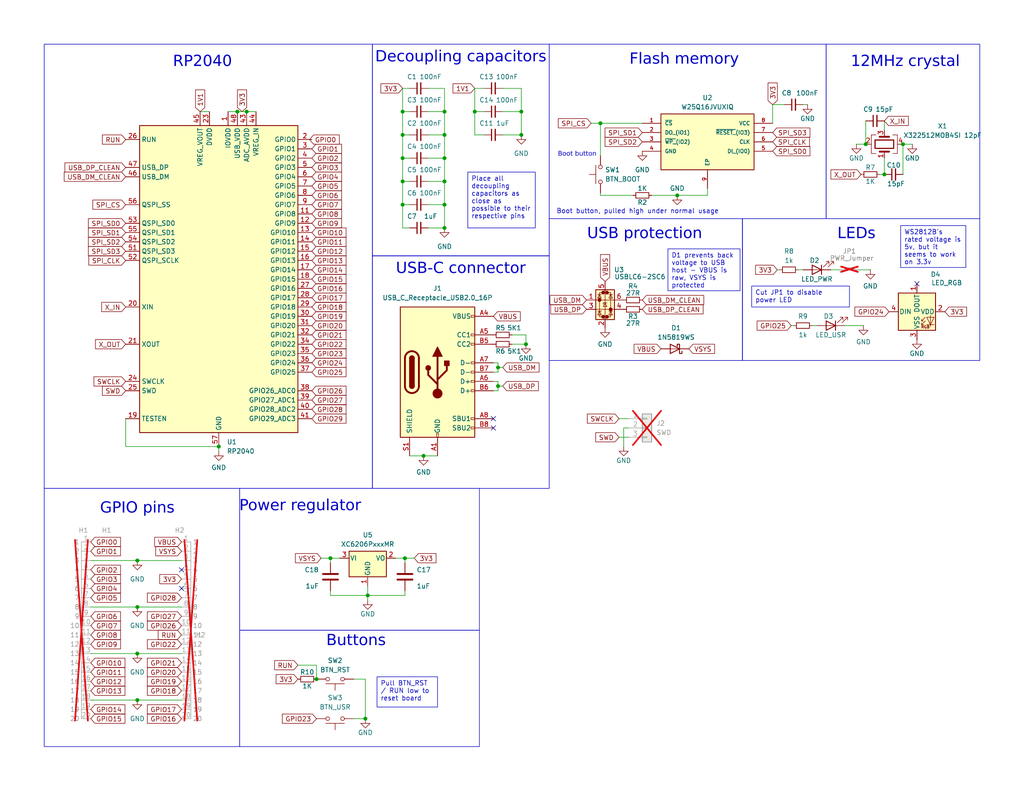
<source format=kicad_sch>
(kicad_sch (version 20250114) (generator "eeschema") (generator_version "9.0")
  (paper "USLetter")
  (title_block (title "Orpheus Pico") (date "2025-03-12") (rev "1v2") (company "Hack Club"))
  (rectangle (start 225.425 12.065) (end 267.335 59.69))
  (rectangle (start 65.405 133.35) (end 130.81 172.085))
  (rectangle (start 65.405 172.085) (end 130.81 203.835))
  (rectangle (start 202.565 59.69) (end 267.335 98.425))
  (rectangle (start 101.6 12.065) (end 149.86 69.85))
  (rectangle (start 101.6 69.85) (end 149.86 133.35))
  (rectangle (start 149.86 12.065) (end 225.425 59.69))
  (rectangle (start 12.065 133.35) (end 65.405 203.835))
  (rectangle (start 149.86 59.69) (end 202.565 98.425))
  (rectangle (start 12.065 12.065) (end 101.6 133.35))
  (text "Power regulator" (at 81.915 139.065 0) (effects (font (size 3 3))))
  (text "Flash memory" (at 186.69 17.145 0) (effects (font (size 3 3))))
  (text "Boot button, pulled high under normal usage" (at 173.99 57.785 0) (effects (font (size 1.27 1.27))))
  (text "USB-C connector" (at 125.73 74.295 0) (effects (font (size 3 3))))
  (text "Decoupling capacitors\n" (at 125.73 16.51 0) (effects (font (size 3 3))))
  (text "USB protection" (at 175.895 64.77 0) (effects (font (size 3 3))))
  (text "LEDs" (at 233.68 64.77 0) (effects (font (size 3 3))))
  (text "Boot button" (at 157.48 42.545 0) (effects (font (size 1.27 1.27))))
  (text "RP2040" (at 55.245 17.78 0) (effects (font (size 3 3))))
  (text "GPIO pins" (at 37.465 139.7 0) (effects (font (size 3 3))))
  (text "Buttons" (at 97.155 175.895 0) (effects (font (size 3 3))))
  (text "12MHz crystal" (at 247.015 17.78 0) (effects (font (size 3 3))))
  (text_box "Pull BTN_RST / RUN low to reset board" (at 102.87 184.785 0) (size 16.51 8.255) (margins 0.9525 0.9525 0.9525 0.9525) (effects (font (size 1.27 1.27)) (justify left top)))
  (text_box "Place all decoupling capacitors as close as possible to their respective pins" (at 127.635 46.99 0) (size 18.415 15.24) (margins 0.9525 0.9525 0.9525 0.9525) (effects (font (size 1.27 1.27)) (justify left top)))
  (text_box "WS2812B's rated voltage is 5v, but it seems to work on 3.3v" (at 245.745 61.595 0) (size 17.78 11.43) (margins 0.9525 0.9525 0.9525 0.9525) (effects (font (size 1.27 1.27)) (justify left top)))
  (text_box "Cut JP1 to disable power LED" (at 205.105 78.105 0) (size 26.67 5.715) (margins 0.9525 0.9525 0.9525 0.9525) (effects (font (size 1.27 1.27)) (justify left top)))
  (text_box "D1 prevents back voltage to USB host - VBUS is raw, VSYS is protected" (at 182.245 67.945 0) (size 19.685 11.43) (margins 0.9525 0.9525 0.9525 0.9525) (effects (font (size 1.27 1.27)) (justify left top)))
  (junction (at 121.285 30.48))
  (junction (at 99.695 196.215))
  (junction (at 90.17 152.4))
  (junction (at 121.285 36.83))
  (junction (at 59.69 121.92))
  (junction (at 64.77 30.48))
  (junction (at 142.24 36.83))
  (junction (at 37.465 191.135))
  (junction (at 246.38 39.37))
  (junction (at 110.49 152.4))
  (junction (at 109.855 49.53))
  (junction (at 163.83 33.655))
  (junction (at 135.89 105.41))
  (junction (at 121.285 43.18))
  (junction (at 121.285 62.23))
  (junction (at 143.51 93.98))
  (junction (at 37.465 165.735))
  (junction (at 115.57 124.46))
  (junction (at 109.855 36.83))
  (junction (at 129.54 30.48))
  (junction (at 100.33 162.56))
  (junction (at 109.855 30.48))
  (junction (at 142.24 30.48))
  (junction (at 109.855 43.18))
  (junction (at 37.465 153.035))
  (junction (at 121.285 55.88))
  (junction (at 236.22 39.37))
  (junction (at 37.465 178.435))
  (junction (at 121.285 49.53))
  (junction (at 184.785 53.34))
  (junction (at 86.36 185.42))
  (junction (at 135.89 100.33))
  (junction (at 241.3 47.625))
  (junction (at 67.31 30.48))
  (junction (at 109.855 55.88))
  (no_connect (at 250.19 77.47))
  (no_connect (at 134.62 116.84))
  (no_connect (at 49.53 155.575))
  (no_connect (at 134.62 114.3))
  (no_connect (at 49.53 160.655))
  (wire (pts (xy 110.49 152.4) (xy 113.03 152.4)))
  (wire (pts (xy 111.76 62.23) (xy 109.855 62.23)))
  (wire (pts (xy 170.18 121.92) (xy 170.18 116.84)))
  (wire (pts (xy 116.84 36.83) (xy 121.285 36.83)))
  (wire (pts (xy 135.89 100.33) (xy 135.89 101.6)))
  (wire (pts (xy 109.855 24.13) (xy 111.76 24.13)))
  (wire (pts (xy 37.465 165.735) (xy 49.53 165.735)))
  (wire (pts (xy 121.285 30.48) (xy 116.84 30.48)))
  (wire (pts (xy 109.855 49.53) (xy 109.855 55.88)))
  (wire (pts (xy 99.695 196.215) (xy 96.52 196.215)))
  (wire (pts (xy 248.92 39.37) (xy 246.38 39.37)))
  (wire (pts (xy 100.33 160.02) (xy 100.33 162.56)))
  (wire (pts (xy 115.57 124.46) (xy 119.38 124.46)))
  (wire (pts (xy 143.51 91.44) (xy 143.51 93.98)))
  (wire (pts (xy 129.54 36.83) (xy 129.54 30.48)))
  (wire (pts (xy 135.89 104.14) (xy 135.89 105.41)))
  (wire (pts (xy 135.89 99.06) (xy 135.89 100.33)))
  (wire (pts (xy 240.03 47.625) (xy 241.3 47.625)))
  (wire (pts (xy 100.33 163.83) (xy 100.33 162.56)))
  (wire (pts (xy 241.3 33.02) (xy 241.3 35.56)))
  (wire (pts (xy 135.89 106.68) (xy 134.62 106.68)))
  (wire (pts (xy 81.28 181.61) (xy 86.36 181.61)))
  (wire (pts (xy 109.855 55.88) (xy 111.76 55.88)))
  (wire (pts (xy 137.16 100.33) (xy 135.89 100.33)))
  (wire (pts (xy 217.805 73.66) (xy 219.075 73.66)))
  (wire (pts (xy 90.17 162.56) (xy 100.33 162.56)))
  (wire (pts (xy 90.17 152.4) (xy 90.17 153.67)))
  (wire (pts (xy 109.855 55.88) (xy 109.855 62.23)))
  (wire (pts (xy 24.765 191.135) (xy 37.465 191.135)))
  (wire (pts (xy 37.465 178.435) (xy 49.53 178.435)))
  (wire (pts (xy 237.49 73.66) (xy 234.315 73.66)))
  (wire (pts (xy 109.855 36.83) (xy 109.855 43.18)))
  (wire (pts (xy 110.49 162.56) (xy 110.49 161.29)))
  (wire (pts (xy 129.54 24.13) (xy 129.54 30.48)))
  (wire (pts (xy 163.83 33.655) (xy 175.26 33.655)))
  (wire (pts (xy 110.49 152.4) (xy 107.95 152.4)))
  (wire (pts (xy 67.31 30.48) (xy 69.85 30.48)))
  (wire (pts (xy 109.855 36.83) (xy 111.76 36.83)))
  (wire (pts (xy 109.855 43.18) (xy 109.855 49.53)))
  (wire (pts (xy 92.71 152.4) (xy 90.17 152.4)))
  (wire (pts (xy 37.465 153.035) (xy 49.53 153.035)))
  (wire (pts (xy 233.68 39.37) (xy 236.22 39.37)))
  (wire (pts (xy 142.24 24.13) (xy 142.24 30.48)))
  (wire (pts (xy 121.285 55.88) (xy 121.285 62.23)))
  (wire (pts (xy 24.765 178.435) (xy 37.465 178.435)))
  (wire (pts (xy 163.83 33.655) (xy 163.83 42.545)))
  (wire (pts (xy 142.24 36.83) (xy 142.24 30.48)))
  (wire (pts (xy 109.855 43.18) (xy 111.76 43.18)))
  (wire (pts (xy 219.075 28.575) (xy 220.345 28.575)))
  (wire (pts (xy 62.23 30.48) (xy 64.77 30.48)))
  (wire (pts (xy 184.785 53.34) (xy 193.04 53.34)))
  (wire (pts (xy 135.89 99.06) (xy 134.62 99.06)))
  (wire (pts (xy 109.855 24.13) (xy 109.855 30.48)))
  (wire (pts (xy 121.285 62.23) (xy 116.84 62.23)))
  (wire (pts (xy 212.09 73.66) (xy 212.725 73.66)))
  (wire (pts (xy 210.82 28.575) (xy 213.995 28.575)))
  (wire (pts (xy 137.16 24.13) (xy 142.24 24.13)))
  (wire (pts (xy 99.695 196.215) (xy 99.695 185.42)))
  (wire (pts (xy 59.69 121.92) (xy 59.69 123.19)))
  (wire (pts (xy 121.285 43.18) (xy 121.285 49.53)))
  (wire (pts (xy 116.84 24.13) (xy 121.285 24.13)))
  (wire (pts (xy 109.855 49.53) (xy 111.76 49.53)))
  (wire (pts (xy 109.855 30.48) (xy 111.76 30.48)))
  (wire (pts (xy 121.285 49.53) (xy 121.285 55.88)))
  (wire (pts (xy 193.04 53.34) (xy 193.04 51.435)))
  (wire (pts (xy 161.29 33.655) (xy 163.83 33.655)))
  (wire (pts (xy 100.33 162.56) (xy 110.49 162.56)))
  (wire (pts (xy 170.18 116.84) (xy 171.45 116.84)))
  (wire (pts (xy 99.695 185.42) (xy 96.52 185.42)))
  (wire (pts (xy 241.3 43.18) (xy 241.3 47.625)))
  (wire (pts (xy 163.83 53.34) (xy 163.83 52.705)))
  (wire (pts (xy 110.49 153.67) (xy 110.49 152.4)))
  (wire (pts (xy 135.89 104.14) (xy 134.62 104.14)))
  (wire (pts (xy 116.84 49.53) (xy 121.285 49.53)))
  (wire (pts (xy 111.76 124.46) (xy 115.57 124.46)))
  (wire (pts (xy 230.505 88.9) (xy 235.585 88.9)))
  (wire (pts (xy 129.54 36.83) (xy 132.08 36.83)))
  (wire (pts (xy 143.51 91.44) (xy 139.7 91.44)))
  (wire (pts (xy 210.82 28.575) (xy 210.82 33.655)))
  (wire (pts (xy 246.38 39.37) (xy 246.38 47.625)))
  (wire (pts (xy 139.7 93.98) (xy 143.51 93.98)))
  (wire (pts (xy 116.84 55.88) (xy 121.285 55.88)))
  (wire (pts (xy 90.17 161.29) (xy 90.17 162.56)))
  (wire (pts (xy 54.61 30.48) (xy 57.15 30.48)))
  (wire (pts (xy 132.08 24.13) (xy 129.54 24.13)))
  (wire (pts (xy 64.77 30.48) (xy 67.31 30.48)))
  (wire (pts (xy 168.91 114.3) (xy 171.45 114.3)))
  (wire (pts (xy 86.36 181.61) (xy 86.36 185.42)))
  (wire (pts (xy 172.72 53.34) (xy 163.83 53.34)))
  (wire (pts (xy 221.615 88.9) (xy 222.885 88.9)))
  (wire (pts (xy 236.22 33.02) (xy 236.22 39.37)))
  (wire (pts (xy 84.455 38.1) (xy 85.09 38.1)))
  (wire (pts (xy 168.91 119.38) (xy 171.45 119.38)))
  (wire (pts (xy 137.16 105.41) (xy 135.89 105.41)))
  (wire (pts (xy 135.89 105.41) (xy 135.89 106.68)))
  (wire (pts (xy 215.9 88.9) (xy 216.535 88.9)))
  (wire (pts (xy 142.24 30.48) (xy 137.16 30.48)))
  (wire (pts (xy 24.765 165.735) (xy 37.465 165.735)))
  (wire (pts (xy 129.54 30.48) (xy 132.08 30.48)))
  (wire (pts (xy 87.63 152.4) (xy 90.17 152.4)))
  (wire (pts (xy 109.855 36.83) (xy 109.855 30.48)))
  (wire (pts (xy 37.465 191.135) (xy 49.53 191.135)))
  (wire (pts (xy 137.16 36.83) (xy 142.24 36.83)))
  (wire (pts (xy 121.285 30.48) (xy 121.285 36.83)))
  (wire (pts (xy 24.765 153.035) (xy 37.465 153.035)))
  (wire (pts (xy 177.8 53.34) (xy 184.785 53.34)))
  (wire (pts (xy 226.695 73.66) (xy 229.235 73.66)))
  (wire (pts (xy 34.29 114.3) (xy 34.29 121.92)))
  (wire (pts (xy 116.84 43.18) (xy 121.285 43.18)))
  (wire (pts (xy 121.285 24.13) (xy 121.285 30.48)))
  (wire (pts (xy 121.285 36.83) (xy 121.285 43.18)))
  (wire (pts (xy 34.29 121.92) (xy 59.69 121.92)))
  (wire (pts (xy 135.89 101.6) (xy 134.62 101.6)))
  (global_label "GPIO4" (shape input) (at 24.765 160.655 0) (property "Intersheetrefs" "${INTERSHEET_REFS}" (effects (hide yes))))
  (global_label "GPIO15" (shape input) (at 24.765 196.215 0) (property "Intersheetrefs" "${INTERSHEET_REFS}" (effects (hide yes))))
  (global_label "GPIO27" (shape input) (at 85.09 109.22 0) (property "Intersheetrefs" "${INTERSHEET_REFS}" (effects (hide yes))))
  (global_label "USB_DP_CLEAN" (shape input) (at 175.26 84.455 0) (property "Intersheetrefs" "${INTERSHEET_REFS}" (effects (hide yes))))
  (global_label "RUN" (shape input) (at 81.28 181.61 180) (property "Intersheetrefs" "${INTERSHEET_REFS}" (effects (hide yes))))
  (global_label "GPIO20" (shape input) (at 85.09 88.9 0) (property "Intersheetrefs" "${INTERSHEET_REFS}" (effects (hide yes))))
  (global_label "3V3" (shape input) (at 49.53 158.115 180) (property "Intersheetrefs" "${INTERSHEET_REFS}" (effects (hide yes))))
  (global_label "SPI_CLK" (shape input) (at 210.82 38.735 0) (property "Intersheetrefs" "${INTERSHEET_REFS}" (effects (hide yes))))
  (global_label "USB_DM_CLEAN" (shape input) (at 175.26 81.915 0) (property "Intersheetrefs" "${INTERSHEET_REFS}" (effects (hide yes))))
  (global_label "3V3" (shape input) (at 66.04 30.48 90) (property "Intersheetrefs" "${INTERSHEET_REFS}" (effects (hide yes))))
  (global_label "GPIO15" (shape input) (at 85.09 76.2 0) (property "Intersheetrefs" "${INTERSHEET_REFS}" (effects (hide yes))))
  (global_label "GPIO9" (shape input) (at 24.765 175.895 0) (property "Intersheetrefs" "${INTERSHEET_REFS}" (effects (hide yes))))
  (global_label "SPI_SD2" (shape input) (at 34.29 66.04 180) (property "Intersheetrefs" "${INTERSHEET_REFS}" (effects (hide yes))))
  (global_label "GPIO17" (shape input) (at 85.09 81.28 0) (property "Intersheetrefs" "${INTERSHEET_REFS}" (effects (hide yes))))
  (global_label "GPIO22" (shape input) (at 49.53 175.895 180) (property "Intersheetrefs" "${INTERSHEET_REFS}" (effects (hide yes))))
  (global_label "3V3" (shape input) (at 257.81 85.09 0) (property "Intersheetrefs" "${INTERSHEET_REFS}" (effects (hide yes))))
  (global_label "GPIO6" (shape input) (at 85.09 53.34 0) (property "Intersheetrefs" "${INTERSHEET_REFS}" (effects (hide yes))))
  (global_label "3V3" (shape input) (at 210.82 28.575 90) (property "Intersheetrefs" "${INTERSHEET_REFS}" (effects (hide yes))))
  (global_label "GPIO28" (shape input) (at 85.09 111.76 0) (property "Intersheetrefs" "${INTERSHEET_REFS}" (effects (hide yes))))
  (global_label "GPIO24" (shape input) (at 85.09 99.06 0) (property "Intersheetrefs" "${INTERSHEET_REFS}" (effects (hide yes))))
  (global_label "RUN" (shape input) (at 49.53 173.355 180) (property "Intersheetrefs" "${INTERSHEET_REFS}" (effects (hide yes))))
  (global_label "GPIO0" (shape input) (at 24.765 147.955 0) (property "Intersheetrefs" "${INTERSHEET_REFS}" (effects (hide yes))))
  (global_label "GPIO7" (shape input) (at 85.09 55.88 0) (property "Intersheetrefs" "${INTERSHEET_REFS}" (effects (hide yes))))
  (global_label "GPIO6" (shape input) (at 24.765 168.275 0) (property "Intersheetrefs" "${INTERSHEET_REFS}" (effects (hide yes))))
  (global_label "GPIO4" (shape input) (at 85.09 48.26 0) (property "Intersheetrefs" "${INTERSHEET_REFS}" (effects (hide yes))))
  (global_label "USB_DM_CLEAN" (shape input) (at 34.29 48.26 180) (property "Intersheetrefs" "${INTERSHEET_REFS}" (effects (hide yes))))
  (global_label "1V1" (shape input) (at 54.61 30.48 90) (property "Intersheetrefs" "${INTERSHEET_REFS}" (effects (hide yes))))
  (global_label "SPI_CLK" (shape input) (at 34.29 71.12 180) (property "Intersheetrefs" "${INTERSHEET_REFS}" (effects (hide yes))))
  (global_label "USB_DP_CLEAN" (shape input) (at 34.29 45.72 180) (property "Intersheetrefs" "${INTERSHEET_REFS}" (effects (hide yes))))
  (global_label "X_OUT" (shape input) (at 234.95 47.625 180) (property "Intersheetrefs" "${INTERSHEET_REFS}" (effects (hide yes))))
  (global_label "GPIO23" (shape input) (at 85.09 96.52 0) (property "Intersheetrefs" "${INTERSHEET_REFS}" (effects (hide yes))))
  (global_label "GPIO3" (shape input) (at 24.765 158.115 0) (property "Intersheetrefs" "${INTERSHEET_REFS}" (effects (hide yes))))
  (global_label "SPI_SD0" (shape input) (at 210.82 41.275 0) (property "Intersheetrefs" "${INTERSHEET_REFS}" (effects (hide yes))))
  (global_label "USB_DP" (shape input) (at 160.02 84.455 180) (property "Intersheetrefs" "${INTERSHEET_REFS}" (effects (hide yes))))
  (global_label "GPIO26" (shape input) (at 85.09 106.68 0) (property "Intersheetrefs" "${INTERSHEET_REFS}" (effects (hide yes))))
  (global_label "GPIO18" (shape input) (at 85.09 83.82 0) (property "Intersheetrefs" "${INTERSHEET_REFS}" (effects (hide yes))))
  (global_label "GPIO13" (shape input) (at 85.09 71.12 0) (property "Intersheetrefs" "${INTERSHEET_REFS}" (effects (hide yes))))
  (global_label "X_IN" (shape input) (at 241.3 33.02 0) (property "Intersheetrefs" "${INTERSHEET_REFS}" (effects (hide yes))))
  (global_label "GPIO0" (shape input) (at 84.455 38.1 0) (property "Intersheetrefs" "${INTERSHEET_REFS}" (effects (hide yes))))
  (global_label "GPIO2" (shape input) (at 24.765 155.575 0) (property "Intersheetrefs" "${INTERSHEET_REFS}" (effects (hide yes))))
  (global_label "GPIO17" (shape input) (at 49.53 193.675 180) (property "Intersheetrefs" "${INTERSHEET_REFS}" (effects (hide yes))))
  (global_label "GPIO21" (shape input) (at 85.09 91.44 0) (property "Intersheetrefs" "${INTERSHEET_REFS}" (effects (hide yes))))
  (global_label "X_OUT" (shape input) (at 34.29 93.98 180) (property "Intersheetrefs" "${INTERSHEET_REFS}" (effects (hide yes))))
  (global_label "SPI_SD0" (shape input) (at 34.29 60.96 180) (property "Intersheetrefs" "${INTERSHEET_REFS}" (effects (hide yes))))
  (global_label "GPIO19" (shape input) (at 49.53 186.055 180) (property "Intersheetrefs" "${INTERSHEET_REFS}" (effects (hide yes))))
  (global_label "GPIO14" (shape input) (at 24.765 193.675 0) (property "Intersheetrefs" "${INTERSHEET_REFS}" (effects (hide yes))))
  (global_label "GPIO19" (shape input) (at 85.09 86.36 0) (property "Intersheetrefs" "${INTERSHEET_REFS}" (effects (hide yes))))
  (global_label "GPIO27" (shape input) (at 49.53 168.275 180) (property "Intersheetrefs" "${INTERSHEET_REFS}" (effects (hide yes))))
  (global_label "SPI_CS" (shape input) (at 34.29 55.88 180) (property "Intersheetrefs" "${INTERSHEET_REFS}" (effects (hide yes))))
  (global_label "GPIO14" (shape input) (at 85.09 73.66 0) (property "Intersheetrefs" "${INTERSHEET_REFS}" (effects (hide yes))))
  (global_label "VSYS" (shape input) (at 87.63 152.4 180) (property "Intersheetrefs" "${INTERSHEET_REFS}" (effects (hide yes))))
  (global_label "GPIO22" (shape input) (at 85.09 93.98 0) (property "Intersheetrefs" "${INTERSHEET_REFS}" (effects (hide yes))))
  (global_label "GPIO10" (shape input) (at 85.09 63.5 0) (property "Intersheetrefs" "${INTERSHEET_REFS}" (effects (hide yes))))
  (global_label "GPIO5" (shape input) (at 24.765 163.195 0) (property "Intersheetrefs" "${INTERSHEET_REFS}" (effects (hide yes))))
  (global_label "VBUS" (shape input) (at 134.62 86.36 0) (property "Intersheetrefs" "${INTERSHEET_REFS}" (effects (hide yes))))
  (global_label "GPIO8" (shape input) (at 24.765 173.355 0) (property "Intersheetrefs" "${INTERSHEET_REFS}" (effects (hide yes))))
  (global_label "GPIO5" (shape input) (at 85.09 50.8 0) (property "Intersheetrefs" "${INTERSHEET_REFS}" (effects (hide yes))))
  (global_label "SPI_SD3" (shape input) (at 210.82 36.195 0) (property "Intersheetrefs" "${INTERSHEET_REFS}" (effects (hide yes))))
  (global_label "GPIO11" (shape input) (at 85.09 66.04 0) (property "Intersheetrefs" "${INTERSHEET_REFS}" (effects (hide yes))))
  (global_label "USB_DM" (shape input) (at 137.16 100.33 0) (property "Intersheetrefs" "${INTERSHEET_REFS}" (effects (hide yes))))
  (global_label "GPIO3" (shape input) (at 85.09 45.72 0) (property "Intersheetrefs" "${INTERSHEET_REFS}" (effects (hide yes))))
  (global_label "GPIO1" (shape input) (at 85.09 40.64 0) (property "Intersheetrefs" "${INTERSHEET_REFS}" (effects (hide yes))))
  (global_label "1V1" (shape input) (at 129.54 24.13 180) (property "Intersheetrefs" "${INTERSHEET_REFS}" (effects (hide yes))))
  (global_label "GPIO16" (shape input) (at 85.09 78.74 0) (property "Intersheetrefs" "${INTERSHEET_REFS}" (effects (hide yes))))
  (global_label "GPIO2" (shape input) (at 85.09 43.18 0) (property "Intersheetrefs" "${INTERSHEET_REFS}" (effects (hide yes))))
  (global_label "VBUS" (shape input) (at 180.34 95.25 180) (property "Intersheetrefs" "${INTERSHEET_REFS}" (effects (hide yes))))
  (global_label "VBUS" (shape input) (at 49.53 147.955 180) (property "Intersheetrefs" "${INTERSHEET_REFS}" (effects (hide yes))))
  (global_label "USB_DP" (shape input) (at 137.16 105.41 0) (property "Intersheetrefs" "${INTERSHEET_REFS}" (effects (hide yes))))
  (global_label "USB_DM" (shape input) (at 160.02 81.915 180) (property "Intersheetrefs" "${INTERSHEET_REFS}" (effects (hide yes))))
  (global_label "SPI_SD3" (shape input) (at 34.29 68.58 180) (property "Intersheetrefs" "${INTERSHEET_REFS}" (effects (hide yes))))
  (global_label "SWCLK" (shape input) (at 34.29 104.14 180) (property "Intersheetrefs" "${INTERSHEET_REFS}" (effects (hide yes))))
  (global_label "VSYS" (shape input) (at 49.53 150.495 180) (property "Intersheetrefs" "${INTERSHEET_REFS}" (effects (hide yes))))
  (global_label "GPIO16" (shape input) (at 49.53 196.215 180) (property "Intersheetrefs" "${INTERSHEET_REFS}" (effects (hide yes))))
  (global_label "GPIO13" (shape input) (at 24.765 188.595 0) (property "Intersheetrefs" "${INTERSHEET_REFS}" (effects (hide yes))))
  (global_label "SPI_SD1" (shape input) (at 34.29 63.5 180) (property "Intersheetrefs" "${INTERSHEET_REFS}" (effects (hide yes))))
  (global_label "GPIO29" (shape input) (at 85.09 114.3 0) (property "Intersheetrefs" "${INTERSHEET_REFS}" (effects (hide yes))))
  (global_label "SWD" (shape input) (at 168.91 119.38 180) (property "Intersheetrefs" "${INTERSHEET_REFS}" (effects (hide yes))))
  (global_label "3V3" (shape input) (at 113.03 152.4 0) (property "Intersheetrefs" "${INTERSHEET_REFS}" (effects (hide yes))))
  (global_label "GPIO25" (shape input) (at 85.09 101.6 0) (property "Intersheetrefs" "${INTERSHEET_REFS}" (effects (hide yes))))
  (global_label "GPIO1" (shape input) (at 24.765 150.495 0) (property "Intersheetrefs" "${INTERSHEET_REFS}" (effects (hide yes))))
  (global_label "3V3" (shape input) (at 109.855 24.13 180) (property "Intersheetrefs" "${INTERSHEET_REFS}" (effects (hide yes))))
  (global_label "GPIO24" (shape input) (at 242.57 85.09 180) (property "Intersheetrefs" "${INTERSHEET_REFS}" (effects (hide yes))))
  (global_label "VBUS" (shape input) (at 165.1 76.835 90) (property "Intersheetrefs" "${INTERSHEET_REFS}" (effects (hide yes))))
  (global_label "GPIO23" (shape input) (at 86.36 196.215 180) (property "Intersheetrefs" "${INTERSHEET_REFS}" (effects (hide yes))))
  (global_label "3V3" (shape input) (at 212.09 73.66 180) (property "Intersheetrefs" "${INTERSHEET_REFS}" (effects (hide yes))))
  (global_label "VSYS" (shape input) (at 187.96 95.25 0) (property "Intersheetrefs" "${INTERSHEET_REFS}" (effects (hide yes))))
  (global_label "GPIO26" (shape input) (at 49.53 170.815 180) (property "Intersheetrefs" "${INTERSHEET_REFS}" (effects (hide yes))))
  (global_label "GPIO11" (shape input) (at 24.765 183.515 0) (property "Intersheetrefs" "${INTERSHEET_REFS}" (effects (hide yes))))
  (global_label "SPI_CS" (shape input) (at 161.29 33.655 180) (property "Intersheetrefs" "${INTERSHEET_REFS}" (effects (hide yes))))
  (global_label "GPIO9" (shape input) (at 85.09 60.96 0) (property "Intersheetrefs" "${INTERSHEET_REFS}" (effects (hide yes))))
  (global_label "SWCLK" (shape input) (at 168.91 114.3 180) (property "Intersheetrefs" "${INTERSHEET_REFS}" (effects (hide yes))))
  (global_label "GPIO18" (shape input) (at 49.53 188.595 180) (property "Intersheetrefs" "${INTERSHEET_REFS}" (effects (hide yes))))
  (global_label "RUN" (shape input) (at 34.29 38.1 180) (property "Intersheetrefs" "${INTERSHEET_REFS}" (effects (hide yes))))
  (global_label "SPI_SD1" (shape input) (at 175.26 36.195 180) (property "Intersheetrefs" "${INTERSHEET_REFS}" (effects (hide yes))))
  (global_label "SPI_SD2" (shape input) (at 175.26 38.735 180) (property "Intersheetrefs" "${INTERSHEET_REFS}" (effects (hide yes))))
  (global_label "GPIO10" (shape input) (at 24.765 180.975 0) (property "Intersheetrefs" "${INTERSHEET_REFS}" (effects (hide yes))))
  (global_label "3V3" (shape input) (at 81.28 185.42 180) (property "Intersheetrefs" "${INTERSHEET_REFS}" (effects (hide yes))))
  (global_label "GPIO12" (shape input) (at 24.765 186.055 0) (property "Intersheetrefs" "${INTERSHEET_REFS}" (effects (hide yes))))
  (global_label "GPIO20" (shape input) (at 49.53 183.515 180) (property "Intersheetrefs" "${INTERSHEET_REFS}" (effects (hide yes))))
  (global_label "GPIO25" (shape input) (at 215.9 88.9 180) (property "Intersheetrefs" "${INTERSHEET_REFS}" (effects (hide yes))))
  (global_label "SWD" (shape input) (at 34.29 106.68 180) (property "Intersheetrefs" "${INTERSHEET_REFS}" (effects (hide yes))))
  (global_label "GPIO28" (shape input) (at 49.53 163.195 180) (property "Intersheetrefs" "${INTERSHEET_REFS}" (effects (hide yes))))
  (global_label "GPIO12" (shape input) (at 85.09 68.58 0) (property "Intersheetrefs" "${INTERSHEET_REFS}" (effects (hide yes))))
  (global_label "GPIO8" (shape input) (at 85.09 58.42 0) (property "Intersheetrefs" "${INTERSHEET_REFS}" (effects (hide yes))))
  (global_label "X_IN" (shape input) (at 34.29 83.82 180) (property "Intersheetrefs" "${INTERSHEET_REFS}" (effects (hide yes))))
  (global_label "GPIO7" (shape input) (at 24.765 170.815 0) (property "Intersheetrefs" "${INTERSHEET_REFS}" (effects (hide yes))))
  (global_label "GPIO21" (shape input) (at 49.53 180.975 180) (property "Intersheetrefs" "${INTERSHEET_REFS}" (effects (hide yes))))
  (symbol (lib_id "Device:C_Small") (at 114.3 49.53 90) (unit 1)
    (property "Reference" "C5" (at 112.395 46.355 90))
    (property "Value" "100nF" (at 117.475 46.355 90))
    (property "Footprint" "Capacitor_SMD:C_0402_1005Metric" (effects (hide yes)))
    (property "Description" "Unpolarized capacitor, small symbol" (effects (hide yes)))
    (property "LCSC" "C1525" (effects (hide yes)))
  )
  (symbol (lib_id "power:GND") (at 121.285 62.23 0) (unit 1)
    (property "Reference" "#PWR03" (effects (hide yes)))
    (property "Value" "GND" (at 121.285 67.31 0))
    (property "Description" "Power symbol creates a global label with name \"GND\" , ground" (effects (hide yes)))
  )
  (symbol (lib_id "FlashMemory:W25Q16JVUXIQ") (at 175.26 33.655 0) (unit 1)
    (property "Reference" "U2" (at 193.04 26.67 0))
    (property "Value" "W25Q16JVUXIQ" (at 193.04 29.21 0))
    (property "Footprint" "Package_SON:Winbond_USON-8-1EP_3x2mm_P0.5mm_EP0.2x1.6mm" (effects (hide yes)))
    (property "Description" "SPIFLASH, 3V, 16M-BIT. Tiny footprint and cheap." (effects (hide yes)))
    (property "MANUFACTURER_NAME" "Winbond" (effects (hide yes)))
    (property "HEIGHT" "0.6mm" (effects (hide yes)))
    (property "MANUFACTURER_PART_NUMBER" "W25Q16JVUXIQ" (effects (hide yes)))
    (property "LCSC" "C2843335" (effects (hide yes)))
  )
  (symbol (lib_id "Device:C_Small") (at 114.3 55.88 90) (unit 1)
    (property "Reference" "C6" (at 112.395 52.705 90))
    (property "Value" "100nF" (at 117.475 52.705 90))
    (property "Footprint" "Capacitor_SMD:C_0402_1005Metric" (effects (hide yes)))
    (property "Description" "Unpolarized capacitor, small symbol" (effects (hide yes)))
    (property "LCSC" "C1525" (effects (hide yes)))
  )
  (symbol (lib_id "Device:C_Small") (at 238.76 33.02 90) (unit 1)
    (property "Reference" "C9" (at 236.855 29.845 90))
    (property "Value" "15pF" (at 241.3 29.845 90))
    (property "Footprint" "Capacitor_SMD:C_0402_1005Metric" (effects (hide yes)))
    (property "Description" "Unpolarized capacitor, small symbol" (effects (hide yes)))
    (property "LCSC" "C1548" (effects (hide yes)))
  )
  (symbol (lib_id "Device:C_Small") (at 216.535 28.575 90) (unit 1)
    (property "Reference" "C8" (at 214.63 25.4 90))
    (property "Value" "100nF" (at 220.2391 25.4162 90))
    (property "Footprint" "Capacitor_SMD:C_0402_1005Metric" (effects (hide yes)))
    (property "Description" "Unpolarized capacitor, small symbol" (effects (hide yes)))
    (property "LCSC" "C1525" (effects (hide yes)))
  )
  (symbol (lib_id "power:GND") (at 100.33 163.83 0) (unit 1)
    (property "Reference" "#PWR022" (effects (hide yes)))
    (property "Value" "GND" (at 100.33 167.64 0))
    (property "Description" "Power symbol creates a global label with name \"GND\" , ground" (effects (hide yes)))
  )
  (symbol (lib_id "MCU_RaspberryPi:RP2040") (at 59.69 76.2 0) (unit 1)
    (property "Reference" "U1" (at 61.8841 120.65 0) (effects (justify left)))
    (property "Value" "RP2040" (at 61.8841 123.19 0) (effects (justify left)))
    (property "Footprint" "Package_DFN_QFN:QFN-56-1EP_7x7mm_P0.4mm_EP3.2x3.2mm" (effects (hide yes)))
    (property "Datasheet" "https://datasheets.raspberrypi.com/rp2040/rp2040-datasheet.pdf" (effects (hide yes)))
    (property "Description" "A microcontroller by Raspberry Pi" (effects (hide yes)))
    (property "LCSC" "C2040" (effects (hide yes)))
  )
  (symbol (lib_id "Regulator_Linear:XC6206PxxxMR") (at 100.33 152.4 0) (unit 1)
    (property "Reference" "U5" (at 100.33 146.05 0))
    (property "Value" "XC6206PxxxMR" (at 100.33 148.59 0))
    (property "Footprint" "Package_TO_SOT_SMD:SOT-23-3" (effects (hide yes)))
    (property "Datasheet" "https://www.torexsemi.com/file/xc6206/XC6206.pdf" (effects (hide yes)))
    (property "Description" "Positive 60-250mA Low Dropout Regulator, Fixed Output, SOT-23" (effects (hide yes)))
    (property "LCSC" "C5446" (effects (hide yes)))
  )
  (symbol (lib_id "Device:LED") (at 222.885 73.66 180) (unit 1)
    (property "Reference" "D2" (at 222.25 71.12 0))
    (property "Value" "LED_PWR" (at 222.885 76.2 0))
    (property "Footprint" "LED_SMD:LED_0603_1608Metric" (effects (hide yes)))
    (property "Description" "Light emitting diode" (effects (hide yes)))
    (property "Sim.Pins" "1=K 2=A" (effects (hide yes)))
    (property "LCSC" "C2286" (effects (hide yes)))
  )
  (symbol (lib_id "Crystals:X322512MSB4SI") (at 241.3 39.37 90) (unit 1)
    (property "Reference" "X1" (at 257.175 34.4168 90))
    (property "Value" "X322512MOB4SI 12pF" (at 257.175 36.9568 90))
    (property "Footprint" "Crystal:Crystal_SMD_3225-4Pin_3.2x2.5mm" (effects (hide yes)))
    (property "Description" "Good cheap 12MHz resonator from LCSC/JLC" (effects (hide yes)))
    (property "LCSC" "C70565" (effects (hide yes)))
  )
  (symbol (lib_id "Device:R_Small") (at 137.16 93.98 90) (mirror x) (unit 1)
    (property "Reference" "R6" (at 136.525 95.885 90))
    (property "Value" "5K1" (at 140.335 95.885 90))
    (property "Footprint" "Resistor_SMD:R_0402_1005Metric" (effects (hide yes)))
    (property "Description" "Resistor, small symbol" (effects (hide yes)))
    (property "LCSC" "C25905" (effects (hide yes)))
  )
  (symbol (lib_id "power:GND") (at 237.49 73.66 0) (unit 1)
    (property "Reference" "#PWR016" (effects (hide yes)))
    (property "Value" "GND" (at 237.49 78.105 0))
    (property "Description" "Power symbol creates a global label with name \"GND\" , ground" (effects (hide yes)))
  )
  (symbol (lib_id "power:GND") (at 37.465 178.435 0) (unit 1)
    (property "Reference" "#PWR013" (effects (hide yes)))
    (property "Value" "GND" (at 37.465 183.515 0))
    (property "Description" "Power symbol creates a global label with name \"GND\" , ground" (effects (hide yes)))
  )
  (symbol (lib_id "power:GND") (at 142.24 36.83 0) (unit 1)
    (property "Reference" "#PWR02" (effects (hide yes)))
    (property "Value" "GND" (at 142.24 41.91 0))
    (property "Description" "Power symbol creates a global label with name \"GND\" , ground" (effects (hide yes)))
  )
  (symbol (lib_id "Device:C_Small") (at 114.3 30.48 90) (unit 1)
    (property "Reference" "C3" (at 112.395 27.305 90))
    (property "Value" "100nF" (at 117.475 27.305 90))
    (property "Footprint" "Capacitor_SMD:C_0402_1005Metric" (effects (hide yes)))
    (property "Description" "Unpolarized capacitor, small symbol" (effects (hide yes)))
    (property "LCSC" "C1525" (effects (hide yes)))
  )
  (symbol (lib_id "power:GND") (at 37.465 153.035 0) (unit 1)
    (property "Reference" "#PWR015" (effects (hide yes)))
    (property "Value" "GND" (at 37.465 158.115 0))
    (property "Description" "Power symbol creates a global label with name \"GND\" , ground" (effects (hide yes)))
  )
  (symbol (lib_id "Device:C") (at 90.17 157.48 0) (mirror y) (unit 1)
    (property "Reference" "C18" (at 86.995 155.575 0) (effects (justify left)))
    (property "Value" "1uF" (at 86.995 160.02 0) (effects (justify left)))
    (property "Footprint" "Capacitor_SMD:C_0402_1005Metric" (effects (hide yes)))
    (property "Description" "Unpolarized capacitor" (effects (hide yes)))
    (property "LCSC" "C52923" (effects (hide yes)))
  )
  (symbol (lib_id "Device:C_Small") (at 114.3 36.83 90) (unit 1)
    (property "Reference" "C2" (at 112.395 33.655 90))
    (property "Value" "100nF" (at 117.475 33.655 90))
    (property "Footprint" "Capacitor_SMD:C_0402_1005Metric" (effects (hide yes)))
    (property "Description" "Unpolarized capacitor, small symbol" (effects (hide yes)))
    (property "LCSC" "C1525" (effects (hide yes)))
  )
  (symbol (lib_id "Jumper:Jumper_2_Small_Bridged") (at 231.775 73.66 0) (unit 1) (exclude_from_sim yes) (dnp yes)
    (property "Reference" "JP1" (at 231.775 68.58 0))
    (property "Value" "PWR_Jumper" (at 232.41 70.485 0))
    (property "Footprint" "Jumper:SolderJumper-2_P1.3mm_Bridged2Bar_RoundedPad1.0x1.5mm" (effects (hide yes)))
    (property "Description" "Jumper, 2-pole, small symbol, bridged" (effects (hide yes)))
  )
  (symbol (lib_id "power:GND") (at 184.785 53.34 0) (unit 1)
    (property "Reference" "#PWR05" (effects (hide yes)))
    (property "Value" "GND" (at 184.785 51.435 0))
    (property "Description" "Power symbol creates a global label with name \"GND\" , ground" (effects (hide yes)))
  )
  (symbol (lib_id "Device:R_Small") (at 137.16 91.44 90) (unit 1)
    (property "Reference" "R5" (at 136.525 89.535 90))
    (property "Value" "5K1" (at 140.335 89.535 90))
    (property "Footprint" "Resistor_SMD:R_0402_1005Metric" (effects (hide yes)))
    (property "Description" "Resistor, small symbol" (effects (hide yes)))
    (property "LCSC" "C25905" (effects (hide yes)))
  )
  (symbol (lib_id "Switch:SW_Push") (at 91.44 196.215 180) (unit 1)
    (property "Reference" "SW3" (at 91.44 190.5 0))
    (property "Value" "BTN_USR" (at 91.44 193.04 0))
    (property "Footprint" "Switches:SW-SMD_L3.9-W3.0-P4.45" (effects (hide yes)))
    (property "Description" "Push button switch, generic, two pins" (effects (hide yes)))
    (property "LCSC" "C455280 " (effects (hide yes)))
  )
  (symbol (lib_id "power:GND") (at 37.465 165.735 0) (unit 1)
    (property "Reference" "#PWR014" (effects (hide yes)))
    (property "Value" "GND" (at 37.465 170.815 0))
    (property "Description" "Power symbol creates a global label with name \"GND\" , ground" (effects (hide yes)))
  )
  (symbol (lib_id "LEDs:XL-1615RGBC-WS2812B") (at 250.19 85.09 0) (unit 1)
    (property "Reference" "D4" (at 255.27 74.93 0))
    (property "Value" "LED_RGB" (at 258.318 77.216 0))
    (property "Footprint" "LEDs:LED-SMD_4P-L1.6-W1.5_XL-1615RGBC-WS2812B" (effects (hide yes)))
    (property "Datasheet" "https://cdn-shop.adafruit.com/datasheets/WS2812B.pdf" (effects (hide yes)))
    (property "Description" "RGB LED with integrated controller" (effects (hide yes)))
    (property "LCSC" "C5349954" (effects (hide yes)))
  )
  (symbol (lib_id "power:GND") (at 37.465 191.135 0) (unit 1)
    (property "Reference" "#PWR012" (effects (hide yes)))
    (property "Value" "GND" (at 37.465 196.215 0))
    (property "Description" "Power symbol creates a global label with name \"GND\" , ground" (effects (hide yes)))
  )
  (symbol (lib_id "Connectors:TYPE-C_16PIN_2MD_073") (at 119.38 101.6 0) (unit 1)
    (property "Reference" "J1" (at 119.38 78.74 0))
    (property "Value" "USB_C_Receptacle_USB2.0_16P" (at 119.38 81.28 0))
    (property "Footprint" "USBCConnectors:USB-C-SMD_TYPE-C-6PIN-2MD-073" (effects (hide yes)))
    (property "Datasheet" "https://www.usb.org/sites/default/files/documents/usb_type-c.zip" (effects (hide yes)))
    (property "Description" "USB 2.0-only 16P Type-C Receptacle connector" (effects (hide yes)))
    (property "LCSC" "C2765186 " (effects (hide yes)))
  )
  (symbol (lib_id "Device:C_Small") (at 134.62 30.48 90) (unit 1)
    (property "Reference" "C14" (at 132.715 27.305 90))
    (property "Value" "100nF" (at 138.3241 27.3212 90))
    (property "Footprint" "Capacitor_SMD:C_0402_1005Metric" (effects (hide yes)))
    (property "Description" "Unpolarized capacitor, small symbol" (effects (hide yes)))
    (property "LCSC" "C1525" (effects (hide yes)))
  )
  (symbol (lib_id "power:GND") (at 233.68 39.37 0) (unit 1)
    (property "Reference" "#PWR010" (effects (hide yes)))
    (property "Value" "GND" (at 233.68 43.18 0))
    (property "Description" "Power symbol creates a global label with name \"GND\" , ground" (effects (hide yes)))
  )
  (symbol (lib_id "Switch:SW_Push") (at 163.83 47.625 90) (unit 1)
    (property "Reference" "SW1" (at 165.1 46.3549 90) (effects (justify right)))
    (property "Value" "BTN_BOOT" (at 165.1 48.8949 90) (effects (justify right)))
    (property "Footprint" "Switches:SW-SMD_L3.9-W3.0-P4.45" (effects (hide yes)))
    (property "Description" "Push button switch, generic, two pins" (effects (hide yes)))
    (property "LCSC" "C455280 " (effects (hide yes)))
  )
  (symbol (lib_id "power:GND") (at 165.1 89.535 0) (unit 1)
    (property "Reference" "#PWR07" (effects (hide yes)))
    (property "Value" "GND" (at 165.1 93.98 0))
    (property "Description" "Power symbol creates a global label with name \"GND\" , ground" (effects (hide yes)))
  )
  (symbol (lib_id "power:GND") (at 143.51 93.98 0) (unit 1)
    (property "Reference" "#PWR08" (effects (hide yes)))
    (property "Value" "GND" (at 143.51 97.79 0))
    (property "Description" "Power symbol creates a global label with name \"GND\" , ground" (effects (hide yes)))
  )
  (symbol (lib_id "Device:C_Small") (at 134.62 24.13 90) (unit 1)
    (property "Reference" "C13" (at 132.715 20.955 90))
    (property "Value" "100nF" (at 138.3241 20.9712 90))
    (property "Footprint" "Capacitor_SMD:C_0402_1005Metric" (effects (hide yes)))
    (property "Description" "Unpolarized capacitor, small symbol" (effects (hide yes)))
    (property "LCSC" "C1525" (effects (hide yes)))
  )
  (symbol (lib_id "power:GND") (at 248.92 39.37 0) (unit 1)
    (property "Reference" "#PWR011" (effects (hide yes)))
    (property "Value" "GND" (at 248.92 43.18 0))
    (property "Description" "Power symbol creates a global label with name \"GND\" , ground" (effects (hide yes)))
  )
  (symbol (lib_id "Device:C") (at 110.49 157.48 0) (unit 1)
    (property "Reference" "C17" (at 113.665 155.575 0) (effects (justify left)))
    (property "Value" "1uF" (at 113.665 160.02 0) (effects (justify left)))
    (property "Footprint" "Capacitor_SMD:C_0402_1005Metric" (effects (hide yes)))
    (property "Description" "Unpolarized capacitor" (effects (hide yes)))
    (property "LCSC" "C52923" (effects (hide yes)))
  )
  (symbol (lib_id "Device:C_Small") (at 243.84 47.625 90) (mirror x) (unit 1)
    (property "Reference" "C10" (at 243.84 45.085 90))
    (property "Value" "15pF" (at 244.475 50.165 90))
    (property "Footprint" "Capacitor_SMD:C_0402_1005Metric" (effects (hide yes)))
    (property "Description" "Unpolarized capacitor, small symbol" (effects (hide yes)))
    (property "LCSC" "C1548" (effects (hide yes)))
  )
  (symbol (lib_id "power:GND") (at 220.345 28.575 0) (unit 1)
    (property "Reference" "#PWR06" (effects (hide yes)))
    (property "Value" "GND" (at 220.345 32.385 0))
    (property "Description" "Power symbol creates a global label with name \"GND\" , ground" (effects (hide yes)))
  )
  (symbol (lib_id "Power_Protection:USBLC6-2SC6") (at 165.1 81.915 0) (unit 1)
    (property "Reference" "U3" (at 168.91 73.66 0))
    (property "Value" "USBLC6-2SC6" (at 174.625 75.565 0))
    (property "Footprint" "Package_TO_SOT_SMD:SOT-23-6" (effects (hide yes)))
    (property "Datasheet" "https://www.st.com/resource/en/datasheet/usblc6-2.pdf" (effects (hide yes)))
    (property "Description" "Very low capacitance ESD protection diode, 2 data-line, SOT-23-6" (effects (hide yes)))
    (property "LCSC" "C5180249" (effects (hide yes)))
  )
  (symbol (lib_id "power:GND") (at 250.19 92.71 0) (unit 1)
    (property "Reference" "#PWR018" (effects (hide yes)))
    (property "Value" "GND" (at 250.19 96.52 0))
    (property "Description" "Power symbol creates a global label with name \"GND\" , ground" (effects (hide yes)))
  )
  (symbol (lib_id "Device:LED") (at 226.695 88.9 180) (unit 1)
    (property "Reference" "D3" (at 226.06 86.36 0))
    (property "Value" "LED_USR" (at 226.695 91.44 0))
    (property "Footprint" "LED_SMD:LED_0603_1608Metric" (effects (hide yes)))
    (property "Description" "Light emitting diode" (effects (hide yes)))
    (property "Sim.Pins" "1=K 2=A" (effects (hide yes)))
    (property "LCSC" "C2286" (effects (hide yes)))
  )
  (symbol (lib_id "power:GND") (at 99.695 196.215 0) (unit 1)
    (property "Reference" "#PWR021" (effects (hide yes)))
    (property "Value" "GND" (at 99.695 200.025 0))
    (property "Description" "Power symbol creates a global label with name \"GND\" , ground" (effects (hide yes)))
  )
  (symbol (lib_id "Diode:1N5819WS") (at 184.15 95.25 180) (unit 1)
    (property "Reference" "D1" (at 184.4675 89.535 0))
    (property "Value" "1N5819WS" (at 184.4675 92.075 0))
    (property "Footprint" "Diode_SMD:D_SOD-323" (effects (hide yes)))
    (property "Datasheet" "https://datasheet.lcsc.com/lcsc/2204281430_Guangdong-Hottech-1N5819WS_C191023.pdf" (effects (hide yes)))
    (property "Description" "40V 600mV@1A 1A SOD-323 Schottky Barrier Diodes, SOD-323" (effects (hide yes)))
    (property "LCSC" "C191023" (effects (hide yes)))
  )
  (symbol (lib_id "Device:R_Small") (at 83.82 185.42 270) (unit 1)
    (property "Reference" "R10" (at 83.82 183.515 90))
    (property "Value" "1K" (at 83.82 187.325 90))
    (property "Footprint" "Resistor_SMD:R_0402_1005Metric" (effects (hide yes)))
    (property "Description" "Resistor, small symbol" (effects (hide yes)))
    (property "LCSC" "C11702" (effects (hide yes)))
  )
  (symbol (lib_id "power:GND") (at 59.69 123.19 0) (unit 1)
    (property "Reference" "#PWR01" (effects (hide yes)))
    (property "Value" "GND" (at 59.69 127.635 0))
    (property "Description" "Power symbol creates a global label with name \"GND\" , ground" (effects (hide yes)))
  )
  (symbol (lib_id "power:GND") (at 170.18 121.92 0) (unit 1)
    (property "Reference" "#PWR019" (effects (hide yes)))
    (property "Value" "GND" (at 170.18 125.73 0))
    (property "Description" "Power symbol creates a global label with name \"GND\" , ground" (effects (hide yes)))
  )
  (symbol (lib_id "Connector_Generic:Conn_01x03") (at 176.53 116.84 0) (unit 1) (dnp yes)
    (property "Reference" "J2" (at 179.07 115.5699 0) (effects (justify left)))
    (property "Value" "SWD" (at 179.07 118.1099 0) (effects (justify left)))
    (property "Footprint" "Connector_PinHeader_2.54mm:PinHeader_1x03_P2.54mm_Vertical" (effects (hide yes)))
    (property "Description" "Generic connector, single row, 01x03, script generated (kicad-library-utils/schlib/autogen/connector/)" (effects (hide yes)))
  )
  (symbol (lib_id "Switch:SW_Push") (at 91.44 185.42 180) (unit 1)
    (property "Reference" "SW2" (at 91.44 180.34 0))
    (property "Value" "BTN_RST" (at 91.44 182.88 0))
    (property "Footprint" "Switches:SW-SMD_L3.9-W3.0-P4.45" (effects (hide yes)))
    (property "Description" "Push button switch, generic, two pins" (effects (hide yes)))
    (property "LCSC" "C455280 " (effects (hide yes)))
  )
  (symbol (lib_id "Device:R_Small") (at 215.265 73.66 90) (unit 1)
    (property "Reference" "R8" (at 215.265 68.58 90))
    (property "Value" "1k" (at 215.265 71.12 90))
    (property "Footprint" "Resistor_SMD:R_0402_1005Metric" (effects (hide yes)))
    (property "Description" "Resistor, small symbol" (effects (hide yes)))
    (property "LCSC" "C11702" (effects (hide yes)))
  )
  (symbol (lib_id "Device:C_Small") (at 114.3 24.13 90) (unit 1)
    (property "Reference" "C1" (at 112.395 20.955 90))
    (property "Value" "100nF" (at 117.475 20.955 90))
    (property "Footprint" "Capacitor_SMD:C_0402_1005Metric" (effects (hide yes)))
    (property "Description" "Unpolarized capacitor, small symbol" (effects (hide yes)))
    (property "LCSC" "C1525" (effects (hide yes)))
  )
  (symbol (lib_id "Device:R_Small") (at 219.075 88.9 90) (unit 1)
    (property "Reference" "R9" (at 219.075 86.36 90))
    (property "Value" "1k" (at 219.075 91.44 90))
    (property "Footprint" "Resistor_SMD:R_0402_1005Metric" (effects (hide yes)))
    (property "Description" "Resistor, small symbol" (effects (hide yes)))
    (property "LCSC" "C11702" (effects (hide yes)))
  )
  (symbol (lib_id "Headers:OrphPicoHeaders") (at 24.765 145.415 0) (mirror y) (unit 1) (dnp yes)
    (property "Reference" "H1" (at 30.48 144.78 0) (effects (justify left)))
    (property "Value" "H1" (at 24.13 144.78 0) (effects (justify left)))
    (property "Footprint" "Headers:OrphPicoHeaders" (effects (hide yes)))
  )
  (symbol (lib_id "Device:R_Small") (at 237.49 47.625 270) (mirror x) (unit 1)
    (property "Reference" "R7" (at 237.49 45.72 90))
    (property "Value" "1K" (at 237.49 49.53 90))
    (property "Footprint" "Resistor_SMD:R_0402_1005Metric" (effects (hide yes)))
    (property "Description" "Resistor, small symbol" (effects (hide yes)))
    (property "LCSC" "C11702" (effects (hide yes)))
  )
  (symbol (lib_id "Device:C_Small") (at 114.3 62.23 90) (unit 1)
    (property "Reference" "C7" (at 112.395 59.055 90))
    (property "Value" "1uF" (at 117.475 59.055 90))
    (property "Footprint" "Capacitor_SMD:C_0402_1005Metric" (effects (hide yes)))
    (property "Description" "Unpolarized capacitor, small symbol" (effects (hide yes)))
    (property "LCSC" "C52923" (effects (hide yes)))
  )
  (symbol (lib_id "Device:R_Small") (at 172.72 81.915 90) (unit 1)
    (property "Reference" "R4" (at 172.72 78.105 90))
    (property "Value" "27R" (at 172.72 80.01 90))
    (property "Footprint" "Resistor_SMD:R_0402_1005Metric" (effects (hide yes)))
    (property "Description" "Resistor, small symbol" (effects (hide yes)))
    (property "LCSC" "C2909343" (effects (hide yes)))
  )
  (symbol (lib_id "power:GND") (at 175.26 41.275 0) (unit 1)
    (property "Reference" "#PWR04" (effects (hide yes)))
    (property "Value" "GND" (at 175.26 46.355 0))
    (property "Description" "Power symbol creates a global label with name \"GND\" , ground" (effects (hide yes)))
  )
  (symbol (lib_id "Device:C_Small") (at 134.62 36.83 90) (unit 1)
    (property "Reference" "C11" (at 132.715 33.655 90))
    (property "Value" "1uF" (at 137.16 33.655 90))
    (property "Footprint" "Capacitor_SMD:C_0402_1005Metric" (effects (hide yes)))
    (property "Description" "Unpolarized capacitor, small symbol" (effects (hide yes)))
    (property "LCSC" "C52923" (effects (hide yes)))
  )
  (symbol (lib_id "Device:R_Small") (at 175.26 53.34 90) (unit 1)
    (property "Reference" "R2" (at 175.26 55.245 90))
    (property "Value" "1K" (at 175.26 51.435 90))
    (property "Footprint" "Resistor_SMD:R_0402_1005Metric" (effects (hide yes)))
    (property "Description" "Resistor, small symbol" (effects (hide yes)))
    (property "LCSC" "C11702" (effects (hide yes)))
  )
  (symbol (lib_id "Device:C_Small") (at 114.3 43.18 90) (unit 1)
    (property "Reference" "C4" (at 112.395 40.005 90))
    (property "Value" "100nF" (at 117.475 40.005 90))
    (property "Footprint" "Capacitor_SMD:C_0402_1005Metric" (effects (hide yes)))
    (property "Description" "Unpolarized capacitor, small symbol" (effects (hide yes)))
    (property "LCSC" "C1525" (effects (hide yes)))
  )
  (symbol (lib_id "Headers:OrphPicoHeaders") (at 49.53 145.415 0) (unit 1) (dnp yes)
    (property "Reference" "H2" (at 47.625 144.78 0) (effects (justify left)))
    (property "Value" "H2" (at 53.34 173.355 0) (effects (justify left)))
    (property "Footprint" "Headers:OrphPicoHeaders" (effects (hide yes)))
  )
  (symbol (lib_id "power:GND") (at 115.57 124.46 0) (unit 1)
    (property "Reference" "#PWR09" (effects (hide yes)))
    (property "Value" "GND" (at 115.57 128.905 0))
    (property "Description" "Power symbol creates a global label with name \"GND\" , ground" (effects (hide yes)))
  )
  (symbol (lib_id "Device:R_Small") (at 172.72 84.455 90) (unit 1)
    (property "Reference" "R3" (at 172.72 86.36 90))
    (property "Value" "27R" (at 172.72 88.265 90))
    (property "Footprint" "Resistor_SMD:R_0402_1005Metric" (effects (hide yes)))
    (property "Description" "Resistor, small symbol" (effects (hide yes)))
    (property "LCSC" "C2909343" (effects (hide yes)))
  )
  (symbol (lib_id "power:GND") (at 235.585 88.9 0) (unit 1)
    (property "Reference" "#PWR017" (effects (hide yes)))
    (property "Value" "GND" (at 235.585 93.345 0))
    (property "Description" "Power symbol creates a global label with name \"GND\" , ground" (effects (hide yes)))
  )
)
</source>
